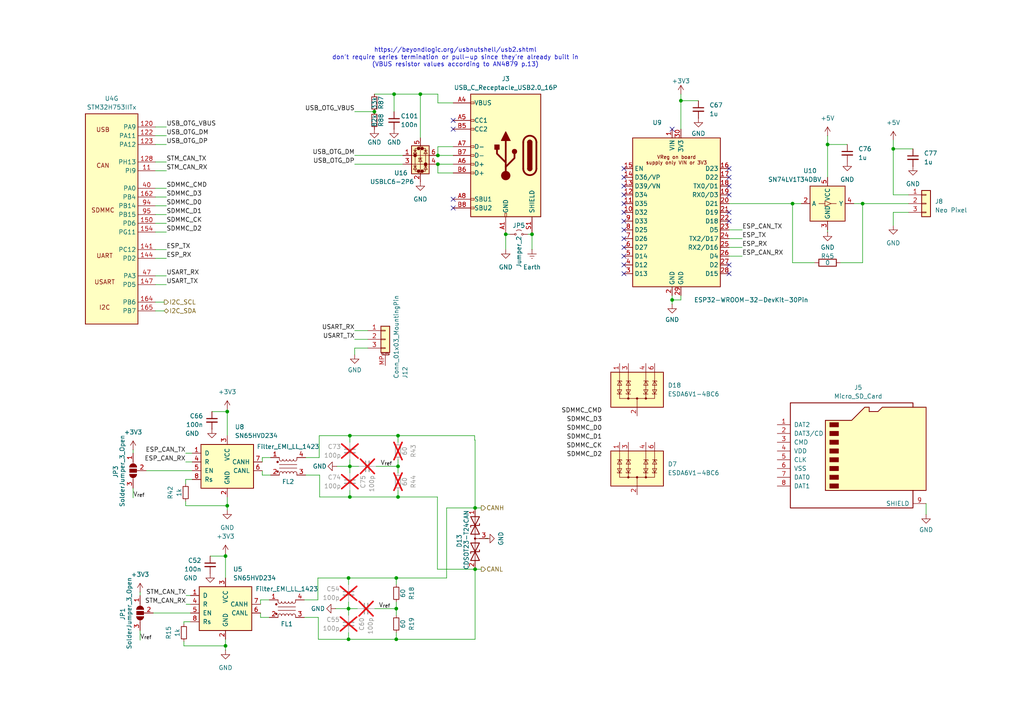
<source format=kicad_sch>
(kicad_sch
	(version 20231120)
	(generator "eeschema")
	(generator_version "8.0")
	(uuid "c61dd313-04ad-474f-9718-66b9bce07315")
	(paper "A4")
	
	(junction
		(at 229.87 59.055)
		(diameter 0)
		(color 0 0 0 0)
		(uuid "05cfbb34-84b8-41f9-b2c6-e5b00514da1d")
	)
	(junction
		(at 114.935 185.42)
		(diameter 0)
		(color 0 0 0 0)
		(uuid "28a47998-b579-477b-8bd7-5184e4777d5e")
	)
	(junction
		(at 115.443 135.255)
		(diameter 0)
		(color 0 0 0 0)
		(uuid "3162dd44-bd73-462d-a1ba-3ec68e82b83a")
	)
	(junction
		(at 250.19 59.055)
		(diameter 0)
		(color 0 0 0 0)
		(uuid "318c4647-7bc1-4283-9b65-f73983dbd071")
	)
	(junction
		(at 65.913 146.685)
		(diameter 0)
		(color 0 0 0 0)
		(uuid "3d875b4c-a7a5-4903-ad64-3ecea35d872b")
	)
	(junction
		(at 65.913 119.38)
		(diameter 0)
		(color 0 0 0 0)
		(uuid "41b0bad5-7e8d-4b02-8ba8-4522831df7e6")
	)
	(junction
		(at 108.585 32.385)
		(diameter 0)
		(color 0 0 0 0)
		(uuid "46e9cd3f-c4dc-4e06-874a-970861c8e4d0")
	)
	(junction
		(at 65.405 187.325)
		(diameter 0)
		(color 0 0 0 0)
		(uuid "4dfb8dde-4cef-4814-89d9-dc2c67abc0ea")
	)
	(junction
		(at 101.092 167.64)
		(diameter 0)
		(color 0 0 0 0)
		(uuid "53b32a67-343e-432d-9256-006aedde493b")
	)
	(junction
		(at 146.685 67.945)
		(diameter 0)
		(color 0 0 0 0)
		(uuid "65361e79-136b-4452-b644-b05b849b7943")
	)
	(junction
		(at 115.443 144.145)
		(diameter 0)
		(color 0 0 0 0)
		(uuid "6c0e76a3-6aad-4fb4-a948-d5eac4447136")
	)
	(junction
		(at 101.473 126.365)
		(diameter 0)
		(color 0 0 0 0)
		(uuid "7481ae21-ea6c-45fa-90b7-25db4fcacac0")
	)
	(junction
		(at 127 47.625)
		(diameter 0)
		(color 0 0 0 0)
		(uuid "76eb61ee-a5dc-435a-8704-218432069d76")
	)
	(junction
		(at 65.405 161.29)
		(diameter 0)
		(color 0 0 0 0)
		(uuid "7c2aa378-d994-4cbb-a7fd-662b6a6dbd3e")
	)
	(junction
		(at 197.485 29.21)
		(diameter 0)
		(color 0 0 0 0)
		(uuid "8a2ddf5a-e56d-4ddb-b3a7-3ce78fdb1ea7")
	)
	(junction
		(at 101.092 185.42)
		(diameter 0)
		(color 0 0 0 0)
		(uuid "8c902d7a-9a97-4247-a024-6511c85f57b0")
	)
	(junction
		(at 115.443 126.365)
		(diameter 0)
		(color 0 0 0 0)
		(uuid "9727df9d-30c2-4d31-a4a4-c18de4a38ffd")
	)
	(junction
		(at 137.795 165.1)
		(diameter 0)
		(color 0 0 0 0)
		(uuid "9b258187-c52a-4e59-8789-b7ac6ed5dc99")
	)
	(junction
		(at 101.092 176.53)
		(diameter 0)
		(color 0 0 0 0)
		(uuid "9cc87ece-ed33-40de-966c-51c2001dc894")
	)
	(junction
		(at 101.473 135.255)
		(diameter 0)
		(color 0 0 0 0)
		(uuid "9cdc856e-55bf-4f24-8496-a3f3c835efb4")
	)
	(junction
		(at 121.92 27.305)
		(diameter 0)
		(color 0 0 0 0)
		(uuid "9ea8c7a2-1503-4324-bc92-c95e051488ac")
	)
	(junction
		(at 137.795 147.32)
		(diameter 0)
		(color 0 0 0 0)
		(uuid "a02cb7ca-67e1-4267-9b51-48bfa47aa699")
	)
	(junction
		(at 114.935 167.64)
		(diameter 0)
		(color 0 0 0 0)
		(uuid "b60abf17-3e74-47af-a488-26c720dd0b0f")
	)
	(junction
		(at 114.935 176.53)
		(diameter 0)
		(color 0 0 0 0)
		(uuid "b6c8fd7b-67f5-4777-9880-dd70ef3914a0")
	)
	(junction
		(at 194.945 86.995)
		(diameter 0)
		(color 0 0 0 0)
		(uuid "cee00a16-43e6-4734-87be-e840da75aabc")
	)
	(junction
		(at 101.473 144.145)
		(diameter 0)
		(color 0 0 0 0)
		(uuid "cf065f4e-64c6-411f-9278-3cbeff3ad8fd")
	)
	(junction
		(at 154.305 67.945)
		(diameter 0)
		(color 0 0 0 0)
		(uuid "dc503ca9-a2a2-4e47-b078-e55c9f049628")
	)
	(junction
		(at 259.08 43.18)
		(diameter 0)
		(color 0 0 0 0)
		(uuid "e4280f40-0a8b-46b8-8a3f-bdc2bbc7d561")
	)
	(junction
		(at 240.03 41.91)
		(diameter 0)
		(color 0 0 0 0)
		(uuid "e66e4697-c658-4daa-8505-29693d7c6fa8")
	)
	(junction
		(at 127 45.085)
		(diameter 0)
		(color 0 0 0 0)
		(uuid "e8da3965-6ebf-4303-bffa-5c0b2fe16f2a")
	)
	(junction
		(at 114.3 27.305)
		(diameter 0)
		(color 0 0 0 0)
		(uuid "eef95e3a-9baf-4512-9c0f-0fb5481cc6c4")
	)
	(no_connect
		(at 180.975 74.295)
		(uuid "0f78565a-9a79-4977-842d-db81c2f3a858")
	)
	(no_connect
		(at 180.975 56.515)
		(uuid "1635493b-c0b0-4b22-91c0-dd20f89d28d6")
	)
	(no_connect
		(at 180.975 59.055)
		(uuid "2cd37b9b-1e16-4721-baaf-0f02fff9ee15")
	)
	(no_connect
		(at 211.455 48.895)
		(uuid "2e298096-7ace-418c-89a7-3d43d6bed0db")
	)
	(no_connect
		(at 180.975 61.595)
		(uuid "3bc25636-dee2-443e-8ccb-a980f456ac63")
	)
	(no_connect
		(at 180.975 51.435)
		(uuid "43d8676e-50c6-4697-acd1-a078ec396d67")
	)
	(no_connect
		(at 180.975 66.675)
		(uuid "4a7c660c-ecc7-4617-8099-7833ce97674f")
	)
	(no_connect
		(at 180.975 48.895)
		(uuid "5a25121c-a1f8-402a-a503-9b4b6773db57")
	)
	(no_connect
		(at 194.945 37.465)
		(uuid "5c9306cf-381b-4d82-8a3a-52bc964f2a36")
	)
	(no_connect
		(at 211.455 53.975)
		(uuid "5c964bdf-2ed2-4eef-b541-8ce09ccb6359")
	)
	(no_connect
		(at 180.975 79.375)
		(uuid "5cab31a6-586b-4cbb-8e74-6785a73b7287")
	)
	(no_connect
		(at 211.455 76.835)
		(uuid "627c0ac6-463b-4d74-9056-912f48f57f8c")
	)
	(no_connect
		(at 180.975 69.215)
		(uuid "662f2eb1-7541-4b5a-9b3e-348e11036abd")
	)
	(no_connect
		(at 180.975 53.975)
		(uuid "73269fd7-c364-4aef-a8b5-a2eabdfa97a8")
	)
	(no_connect
		(at 211.455 61.595)
		(uuid "797e1eed-a489-45da-8c0f-184fc597169c")
	)
	(no_connect
		(at 180.975 76.835)
		(uuid "8365a6d4-6d29-461b-904c-0324ca06fc5a")
	)
	(no_connect
		(at 180.975 64.135)
		(uuid "8ac847d1-9069-40ae-a3f2-d3aed782fb55")
	)
	(no_connect
		(at 211.455 79.375)
		(uuid "8f56c4af-52dc-4612-9881-b40f131d9649")
	)
	(no_connect
		(at 211.455 51.435)
		(uuid "b938ea39-6292-4387-8cd7-875c20a9d49a")
	)
	(no_connect
		(at 131.445 34.925)
		(uuid "c3e86756-4aad-4612-b5f9-2bf94993d35e")
	)
	(no_connect
		(at 131.445 57.785)
		(uuid "d7064c93-16c6-497d-859a-7b410a29e175")
	)
	(no_connect
		(at 211.455 56.515)
		(uuid "da2de24c-d775-46ec-8771-ff0ede014a17")
	)
	(no_connect
		(at 131.445 60.325)
		(uuid "e5cfba84-9aae-4335-81b2-f9420a56298e")
	)
	(no_connect
		(at 180.975 71.755)
		(uuid "e700e196-44ff-4ef8-a8e9-38a5e666b895")
	)
	(no_connect
		(at 131.445 37.465)
		(uuid "e7f4f517-e5bd-4129-8c15-e6c0fb05adff")
	)
	(no_connect
		(at 211.455 64.135)
		(uuid "ffc9674a-9076-447f-ba67-71a5716efeb9")
	)
	(wire
		(pts
			(xy 114.3 27.305) (xy 121.92 27.305)
		)
		(stroke
			(width 0)
			(type default)
		)
		(uuid "03b6b96d-d108-4c6b-b2b6-d370d0813a07")
	)
	(wire
		(pts
			(xy 48.26 59.69) (xy 45.085 59.69)
		)
		(stroke
			(width 0)
			(type default)
		)
		(uuid "069c83cc-66af-4239-a3f2-6fc7c9797843")
	)
	(wire
		(pts
			(xy 250.19 59.055) (xy 250.19 76.2)
		)
		(stroke
			(width 0)
			(type default)
		)
		(uuid "07821e1a-6081-4b53-af8d-3407e5dfe479")
	)
	(wire
		(pts
			(xy 92.329 179.07) (xy 92.329 185.42)
		)
		(stroke
			(width 0)
			(type default)
		)
		(uuid "07b7ef48-98f5-4f9c-8c83-e93a23111e86")
	)
	(wire
		(pts
			(xy 215.265 66.675) (xy 211.455 66.675)
		)
		(stroke
			(width 0)
			(type default)
		)
		(uuid "08072ded-74bf-4b0b-806c-19444be54a5d")
	)
	(wire
		(pts
			(xy 102.87 45.085) (xy 116.84 45.085)
		)
		(stroke
			(width 0)
			(type default)
		)
		(uuid "082fce0a-328f-4c33-b82d-f736243226bd")
	)
	(wire
		(pts
			(xy 76.073 137.795) (xy 76.073 136.525)
		)
		(stroke
			(width 0)
			(type default)
		)
		(uuid "0eb24822-65ba-4fcc-a791-110a601cab9c")
	)
	(wire
		(pts
			(xy 240.03 41.91) (xy 245.745 41.91)
		)
		(stroke
			(width 0)
			(type default)
		)
		(uuid "0ec11d76-de2c-47d9-b68b-71e96f39e5f7")
	)
	(wire
		(pts
			(xy 45.085 62.23) (xy 48.26 62.23)
		)
		(stroke
			(width 0)
			(type default)
		)
		(uuid "0f23c12c-ee24-49ec-857a-7c94676913f0")
	)
	(wire
		(pts
			(xy 114.3 27.305) (xy 114.3 32.385)
		)
		(stroke
			(width 0)
			(type default)
		)
		(uuid "0f360adf-082b-43ce-b071-56ba3d6d1ff9")
	)
	(wire
		(pts
			(xy 197.485 29.21) (xy 197.485 37.465)
		)
		(stroke
			(width 0)
			(type default)
		)
		(uuid "11371f3a-622b-4d06-958d-0de2e3aefad4")
	)
	(wire
		(pts
			(xy 40.64 182.88) (xy 40.64 185.674)
		)
		(stroke
			(width 0)
			(type default)
		)
		(uuid "1191196b-173d-4dee-bb6d-b29a4d435163")
	)
	(wire
		(pts
			(xy 259.08 43.18) (xy 259.08 56.515)
		)
		(stroke
			(width 0)
			(type default)
		)
		(uuid "11fcf8a6-a9da-4e10-b537-040a5f04eac6")
	)
	(wire
		(pts
			(xy 88.265 173.99) (xy 92.202 173.99)
		)
		(stroke
			(width 0)
			(type default)
		)
		(uuid "1255d5b2-c80c-45ce-8562-7f9325184eb2")
	)
	(wire
		(pts
			(xy 115.443 126.365) (xy 137.668 126.365)
		)
		(stroke
			(width 0)
			(type default)
		)
		(uuid "16abee5d-4262-4bfd-ba27-099017bd3c89")
	)
	(wire
		(pts
			(xy 197.485 86.995) (xy 197.485 85.725)
		)
		(stroke
			(width 0)
			(type default)
		)
		(uuid "175d1789-0795-45ea-bebd-00c51a23ce0a")
	)
	(wire
		(pts
			(xy 102.87 100.965) (xy 102.87 102.87)
		)
		(stroke
			(width 0)
			(type default)
		)
		(uuid "1851c3fc-c833-4316-939d-3a55a4935065")
	)
	(wire
		(pts
			(xy 102.87 98.425) (xy 106.68 98.425)
		)
		(stroke
			(width 0)
			(type default)
		)
		(uuid "18ab3ef7-d310-4dfe-9bd7-87f1a836a671")
	)
	(wire
		(pts
			(xy 154.305 67.945) (xy 154.305 72.39)
		)
		(stroke
			(width 0)
			(type default)
		)
		(uuid "193e5122-e695-495b-91ef-fbf1d196eafd")
	)
	(wire
		(pts
			(xy 45.085 39.37) (xy 48.26 39.37)
		)
		(stroke
			(width 0)
			(type default)
		)
		(uuid "1b135d7b-8f10-4d19-9a19-146ba9d74198")
	)
	(wire
		(pts
			(xy 108.712 176.53) (xy 114.935 176.53)
		)
		(stroke
			(width 0)
			(type default)
		)
		(uuid "1c380b4c-4cae-4aa6-b682-a869ce94709e")
	)
	(wire
		(pts
			(xy 92.583 126.365) (xy 101.473 126.365)
		)
		(stroke
			(width 0)
			(type default)
		)
		(uuid "1c39585e-5704-44d0-a33d-b3876c68f352")
	)
	(wire
		(pts
			(xy 65.913 118.745) (xy 65.913 119.38)
		)
		(stroke
			(width 0)
			(type default)
		)
		(uuid "1e2b6175-d853-4821-ba74-1f24382ec349")
	)
	(wire
		(pts
			(xy 101.473 126.365) (xy 115.443 126.365)
		)
		(stroke
			(width 0)
			(type default)
		)
		(uuid "1ecee70f-1b0e-4963-98bb-53f91fcf7497")
	)
	(wire
		(pts
			(xy 114.935 174.625) (xy 114.935 176.53)
		)
		(stroke
			(width 0)
			(type default)
		)
		(uuid "216a5d0c-6bc2-4d57-bfc1-a0137443fd45")
	)
	(wire
		(pts
			(xy 127 42.545) (xy 131.445 42.545)
		)
		(stroke
			(width 0)
			(type default)
		)
		(uuid "21acc590-ee7c-4d1e-8e1e-92f9f843d3c0")
	)
	(wire
		(pts
			(xy 45.085 67.31) (xy 48.26 67.31)
		)
		(stroke
			(width 0)
			(type default)
		)
		(uuid "2201ad5c-2ea0-4a84-9169-84f97ac3d850")
	)
	(wire
		(pts
			(xy 127 47.625) (xy 131.445 47.625)
		)
		(stroke
			(width 0)
			(type default)
		)
		(uuid "23e71670-b058-4e01-a066-4bf14b43a603")
	)
	(wire
		(pts
			(xy 114.935 176.53) (xy 114.935 178.435)
		)
		(stroke
			(width 0)
			(type default)
		)
		(uuid "25fcae18-2fce-4a2e-b99e-14db92c22b5a")
	)
	(wire
		(pts
			(xy 129.54 147.32) (xy 137.795 147.32)
		)
		(stroke
			(width 0)
			(type default)
		)
		(uuid "27d7ae8c-7eae-4f28-bd8f-3df57c79cc78")
	)
	(wire
		(pts
			(xy 215.265 74.295) (xy 211.455 74.295)
		)
		(stroke
			(width 0)
			(type default)
		)
		(uuid "29423af5-f664-45ad-bb1e-0735e38873c2")
	)
	(wire
		(pts
			(xy 114.935 167.64) (xy 129.54 167.64)
		)
		(stroke
			(width 0)
			(type default)
		)
		(uuid "2d763691-facb-4f15-9e9f-59c2b2d09226")
	)
	(wire
		(pts
			(xy 48.26 36.83) (xy 45.085 36.83)
		)
		(stroke
			(width 0)
			(type default)
		)
		(uuid "2e6d5f7d-e2c5-4fff-9ab8-ff9e5059fed6")
	)
	(wire
		(pts
			(xy 236.22 76.2) (xy 229.87 76.2)
		)
		(stroke
			(width 0)
			(type default)
		)
		(uuid "2fa12003-ea95-4a7e-a7b4-8f6dd8428bb3")
	)
	(wire
		(pts
			(xy 40.64 171.704) (xy 40.64 172.72)
		)
		(stroke
			(width 0)
			(type default)
		)
		(uuid "2fe633c0-4d3d-40d2-b66e-9c920b1c7a86")
	)
	(wire
		(pts
			(xy 141.605 156.21) (xy 140.843 156.21)
		)
		(stroke
			(width 0)
			(type default)
		)
		(uuid "31a4bbdf-559b-4207-a858-901d74817d56")
	)
	(wire
		(pts
			(xy 61.468 119.38) (xy 65.913 119.38)
		)
		(stroke
			(width 0)
			(type default)
		)
		(uuid "32faf47c-e64c-44b4-9d62-4d28d8d4153b")
	)
	(wire
		(pts
			(xy 65.405 187.325) (xy 65.405 188.595)
		)
		(stroke
			(width 0)
			(type default)
		)
		(uuid "364b407f-3b1e-4c62-9eb8-d29a94c13635")
	)
	(wire
		(pts
			(xy 126.873 165.1) (xy 126.873 144.145)
		)
		(stroke
			(width 0)
			(type default)
		)
		(uuid "37424b4b-71c8-41c4-b362-ea3007ee2cc4")
	)
	(wire
		(pts
			(xy 229.87 76.2) (xy 229.87 59.055)
		)
		(stroke
			(width 0)
			(type default)
		)
		(uuid "393f9b29-c1fb-4477-8410-888c1c775882")
	)
	(wire
		(pts
			(xy 240.03 39.37) (xy 240.03 41.91)
		)
		(stroke
			(width 0)
			(type default)
		)
		(uuid "395ffaba-dbfc-4c84-b3a1-2617223e9f3e")
	)
	(wire
		(pts
			(xy 92.71 137.795) (xy 92.71 144.145)
		)
		(stroke
			(width 0)
			(type default)
		)
		(uuid "3b6bddeb-5651-4db5-98b2-9b6f3f702707")
	)
	(wire
		(pts
			(xy 102.87 32.385) (
... [121803 chars truncated]
</source>
